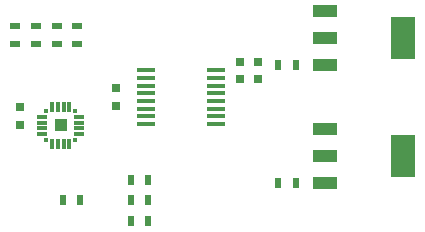
<source format=gbr>
G04 #@! TF.FileFunction,Paste,Top*
%FSLAX46Y46*%
G04 Gerber Fmt 4.6, Leading zero omitted, Abs format (unit mm)*
G04 Created by KiCad (PCBNEW 4.0.2+e4-6225~38~ubuntu14.04.1-stable) date Sat 23 Jul 2016 00:45:22 PDT*
%MOMM*%
G01*
G04 APERTURE LIST*
%ADD10C,0.100000*%
%ADD11R,2.032000X3.657600*%
%ADD12R,2.032000X1.016000*%
%ADD13R,0.500000X0.900000*%
%ADD14R,0.900000X0.500000*%
%ADD15R,1.500000X0.450000*%
%ADD16R,0.750000X0.800000*%
%ADD17R,0.800000X0.750000*%
%ADD18R,0.350000X0.350000*%
%ADD19R,0.900000X0.300000*%
%ADD20R,0.300000X0.900000*%
%ADD21R,1.080000X1.080000*%
G04 APERTURE END LIST*
D10*
D11*
X159302000Y-87000000D03*
D12*
X152698000Y-87000000D03*
X152698000Y-89286000D03*
X152698000Y-84714000D03*
D11*
X159302000Y-77000000D03*
D12*
X152698000Y-77000000D03*
X152698000Y-79286000D03*
X152698000Y-74714000D03*
D13*
X136250000Y-92500000D03*
X137750000Y-92500000D03*
X136250000Y-90750000D03*
X137750000Y-90750000D03*
X136250000Y-89000000D03*
X137750000Y-89000000D03*
X132000000Y-90750000D03*
X130500000Y-90750000D03*
D14*
X126500000Y-76000000D03*
X126500000Y-77500000D03*
X128250000Y-76000000D03*
X128250000Y-77500000D03*
X130000000Y-76000000D03*
X130000000Y-77500000D03*
X131750000Y-76000000D03*
X131750000Y-77500000D03*
D15*
X137550000Y-79725000D03*
X137550000Y-80375000D03*
X137550000Y-81025000D03*
X137550000Y-81675000D03*
X137550000Y-82325000D03*
X137550000Y-82975000D03*
X137550000Y-83625000D03*
X137550000Y-84275000D03*
X143450000Y-84275000D03*
X143450000Y-83625000D03*
X143450000Y-82975000D03*
X143450000Y-82325000D03*
X143450000Y-81675000D03*
X143450000Y-81025000D03*
X143450000Y-80375000D03*
X143450000Y-79725000D03*
D16*
X135000000Y-81250000D03*
X135000000Y-82750000D03*
X126875000Y-84350000D03*
X126875000Y-82850000D03*
D17*
X145500000Y-79000000D03*
X147000000Y-79000000D03*
X145500000Y-80500000D03*
X147000000Y-80500000D03*
D13*
X150250000Y-89250000D03*
X148750000Y-89250000D03*
X150250000Y-79250000D03*
X148750000Y-79250000D03*
D18*
X129075000Y-83150000D03*
D19*
X128775000Y-83650000D03*
X128775000Y-84150000D03*
X128775000Y-84650000D03*
X128775000Y-85150000D03*
D18*
X129075000Y-85650000D03*
D20*
X129575000Y-85950000D03*
X130075000Y-85950000D03*
X130575000Y-85950000D03*
X131075000Y-85950000D03*
D18*
X131575000Y-85650000D03*
D19*
X131875000Y-85150000D03*
X131875000Y-84650000D03*
X131875000Y-84150000D03*
X131875000Y-83650000D03*
D18*
X131575000Y-83150000D03*
D20*
X131075000Y-82850000D03*
X130575000Y-82850000D03*
X130075000Y-82850000D03*
X129575000Y-82850000D03*
D21*
X130325000Y-84400000D03*
M02*

</source>
